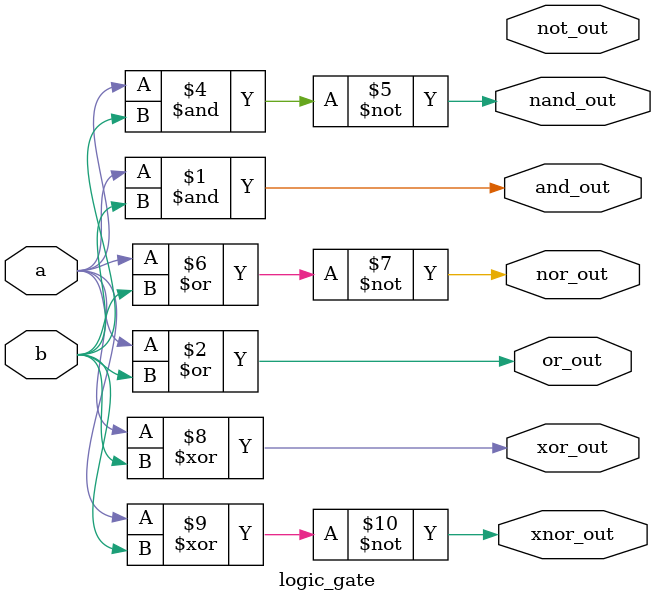
<source format=v>

module logic_gate(input a, b,
                  output and_out, or_out, not_out, nand_out, nor_out, xor_out, xnor_out
                  );


                  assign and_out = a & b;
                  assign or_out = a | b;
                  assign not_a = ~a;
                  assign nand_out = ~(a & b);
                  assign nor_out = ~(a | b);
                  assign xor_out = a ^ b;
                  assign xnor_out = ~(a ^ b);

endmodule


</source>
